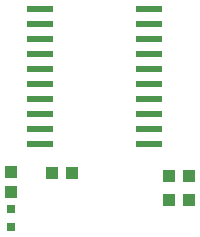
<source format=gtp>
G75*
%MOIN*%
%OFA0B0*%
%FSLAX25Y25*%
%IPPOS*%
%LPD*%
%AMOC8*
5,1,8,0,0,1.08239X$1,22.5*
%
%ADD10R,0.08661X0.02362*%
%ADD11R,0.04331X0.03937*%
%ADD12R,0.03150X0.03150*%
%ADD13R,0.03937X0.04331*%
D10*
X0049140Y0043750D03*
X0049140Y0048750D03*
X0049140Y0053750D03*
X0049140Y0058750D03*
X0049140Y0063750D03*
X0049140Y0068750D03*
X0049140Y0073750D03*
X0049140Y0078750D03*
X0049140Y0083750D03*
X0049140Y0088750D03*
X0085360Y0088750D03*
X0085360Y0083750D03*
X0085360Y0078750D03*
X0085360Y0073750D03*
X0085360Y0068750D03*
X0085360Y0063750D03*
X0085360Y0058750D03*
X0085360Y0053750D03*
X0085360Y0048750D03*
X0085360Y0043750D03*
D11*
X0091904Y0033250D03*
X0098596Y0033250D03*
X0098596Y0025250D03*
X0091904Y0025250D03*
X0059596Y0034250D03*
X0052904Y0034250D03*
D12*
X0039250Y0016297D03*
X0039250Y0022203D03*
D13*
X0039250Y0027904D03*
X0039250Y0034596D03*
M02*

</source>
